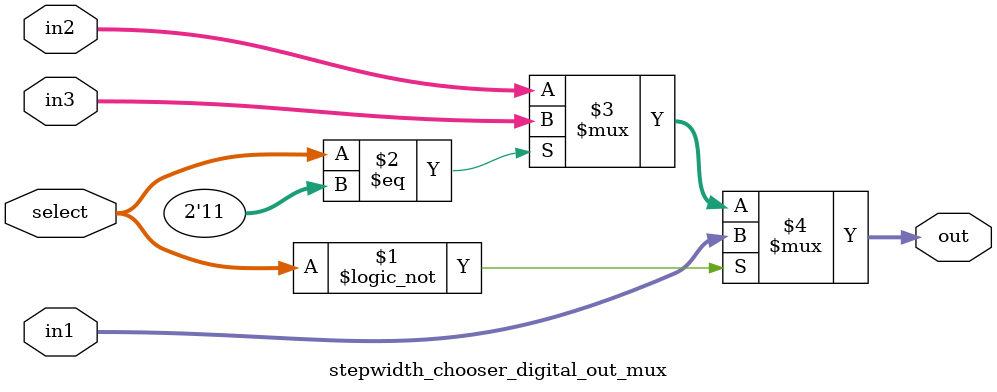
<source format=v>


module stepwidth_chooser_digital_out_mux (in1, in2, in3, select, out );

	input[15:0] in1, in2, in3;
	input[1:0] select;

	output[15:0] out;

	assign out = (select == 2'b0) ? 
									in1 :
									((select == 2'b11) ?
														in3 :
														in2);

endmodule

</source>
